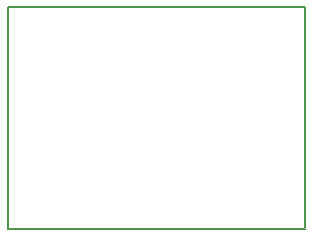
<source format=gbr>
%TF.GenerationSoftware,KiCad,Pcbnew,(5.1.7)-1*%
%TF.CreationDate,2021-02-21T14:58:14-08:00*%
%TF.ProjectId,swd-connection,7377642d-636f-46e6-9e65-6374696f6e2e,A*%
%TF.SameCoordinates,Original*%
%TF.FileFunction,Profile,NP*%
%FSLAX46Y46*%
G04 Gerber Fmt 4.6, Leading zero omitted, Abs format (unit mm)*
G04 Created by KiCad (PCBNEW (5.1.7)-1) date 2021-02-21 14:58:14*
%MOMM*%
%LPD*%
G01*
G04 APERTURE LIST*
%TA.AperFunction,Profile*%
%ADD10C,0.150000*%
%TD*%
G04 APERTURE END LIST*
D10*
X25527000Y-57277000D02*
X25527000Y-76073000D01*
X50673000Y-57277000D02*
X25527000Y-57277000D01*
X50673000Y-75946000D02*
X50673000Y-57277000D01*
X25527000Y-76073000D02*
X50673000Y-76073000D01*
M02*

</source>
